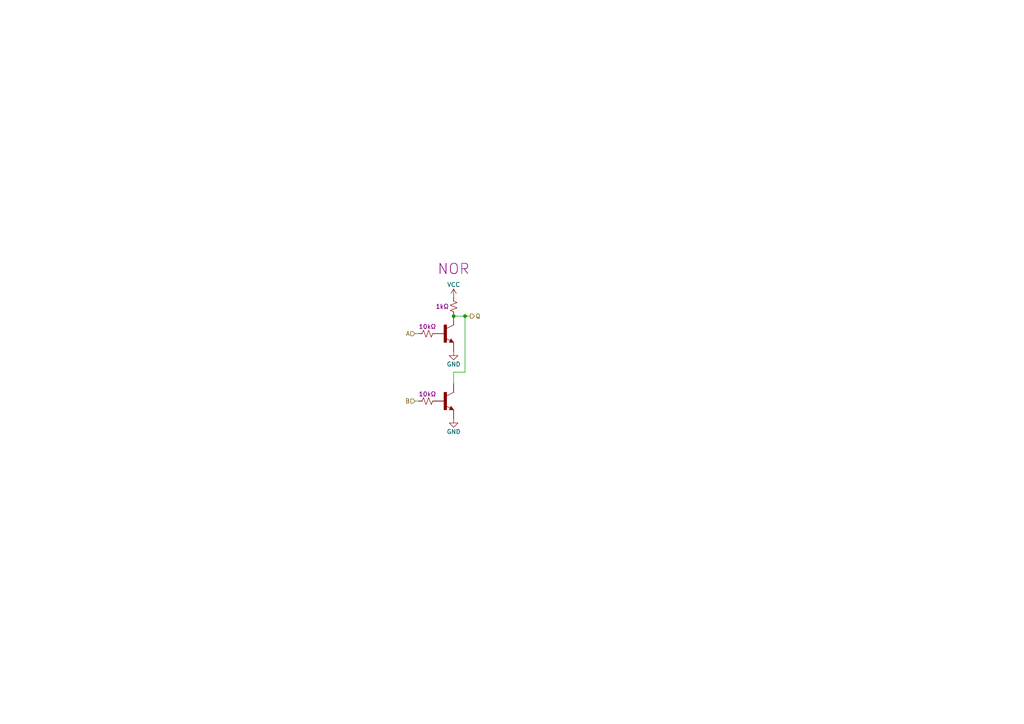
<source format=kicad_sch>
(kicad_sch (version 20211123) (generator eeschema)
  (paper "A4")
  (lib_symbols
    (symbol "Device:R_Small_US" (pin_numbers hide) (pin_names (offset 0.254) hide)
      (property "Reference" "R" (at 0.762 0.508 0))
      (property "Value" "R_Small_US" (at 0.762 -1.016 0))
      (symbol "R_Small_US_1_1"
        (polyline (pts (xy 0 0) (xy 1.016 -0.381) (xy 0 -0.762) (xy -1.016 -1.143) (xy 0 -1.524)))
        (polyline (pts (xy 0 1.524) (xy 1.016 1.143) (xy 0 0.762) (xy -1.016 0.381) (xy 0 0)))
        (pin passive line (at 0 2.54 270) (length 1.016) (name "~") (number "1"))
        (pin passive line (at 0 -2.54 90) (length 1.016) (name "~") (number "2"))
      )
    )
    (symbol "Stephen:PMBT2222A" (pin_numbers hide) (pin_names (offset 1.016) hide)
      (property "Reference" "Q" (at -10.16 7.62 0))
      (property "Value" "PMBT2222A" (at -10.16 5.08 0))
      (symbol "PMBT2222A_0_0"
        (rectangle (start -0.254 -2.54) (end 0.508 2.54) (fill (type outline)))
        (polyline (pts (xy 1.27 -2.54) (xy 1.778 -1.524)) (stroke (width 0.1524)))
        (polyline (pts (xy 1.524 -2.413) (xy 2.286 -2.413)) (stroke (width 0.254)))
        (polyline (pts (xy 1.524 -2.286) (xy 1.905 -2.286)) (stroke (width 0.254)))
        (polyline (pts (xy 1.5494 -2.032) (xy 0.3048 -1.4224)) (stroke (width 0.1524)))
        (polyline (pts (xy 1.778 -1.778) (xy 1.524 -2.286)) (stroke (width 0.254)))
        (polyline (pts (xy 1.778 -1.524) (xy 2.54 -2.54)) (stroke (width 0.1524)))
        (polyline (pts (xy 1.905 -2.286) (xy 1.778 -2.032)) (stroke (width 0.254)))
        (polyline (pts (xy 2.286 -2.413) (xy 1.778 -1.778)) (stroke (width 0.254)))
        (polyline (pts (xy 2.54 -2.54) (xy 1.27 -2.54)) (stroke (width 0.1524)))
        (polyline (pts (xy 2.54 2.54) (xy 0.508 1.524)) (stroke (width 0.1524)))
        (pin passive line (at -2.54 0 0) (length 2.54) (name "~") (number "B"))
        (pin passive line (at 2.54 5.08 270) (length 2.54) (name "~") (number "C"))
        (pin passive line (at 2.54 -5.08 90) (length 2.54) (name "~") (number "E"))
      )
    )
    (symbol "power:GND" (power) (pin_names (offset 0))
      (property "Value" "GND" (at 0 -3.81 0))
      (symbol "GND_0_1"
        (polyline (pts (xy 0 0) (xy 0 -1.27) (xy 1.27 -1.27) (xy 0 -2.54) (xy -1.27 -1.27) (xy 0 -1.27)))
      )
      (symbol "GND_1_1"
        (pin power_in line (at 0 0 270) (length 0) hide (name "GND") (number "1"))
      )
    )
    (symbol "power:VCC" (power) (pin_names (offset 0))
      (property "Value" "VCC" (at 0 3.81 0))
      (symbol "VCC_0_1"
        (polyline (pts (xy -0.762 1.27) (xy 0 2.54)))
        (polyline (pts (xy 0 0) (xy 0 2.54)))
        (polyline (pts (xy 0 2.54) (xy 0.762 1.27)))
      )
      (symbol "VCC_1_1"
        (pin power_in line (at 0 0 90) (length 0) hide (name "VCC") (number "1"))
      )
    )
  )
  (junction (at 131.572 91.694))
  (junction (at 134.874 91.694))
  (wire (pts (xy 134.874 107.95) (xy 131.572 107.95)))
  (wire (pts (xy 134.874 91.694) (xy 134.874 107.95)))
  (wire (pts (xy 134.874 91.694) (xy 136.398 91.694)))
  (wire (pts (xy 120.396 96.774) (xy 121.412 96.774)))
  (wire (pts (xy 131.572 107.95) (xy 131.572 111.252)))
  (wire (pts (xy 131.572 91.44) (xy 131.572 91.694)))
  (wire (pts (xy 131.572 91.694) (xy 134.874 91.694)))
  (wire (pts (xy 120.396 116.332) (xy 121.412 116.332)))
  (hierarchical_label "A" (shape input) (at 120.396 96.774 180))
  (hierarchical_label "Q" (shape output) (at 136.398 91.694 0))
  (hierarchical_label "B" (shape input) (at 120.396 116.332 180))
  (symbol (lib_id "Device:R_Small_US") (at 131.572 88.9 0) (unit 1)
    (property "Reference" "R54" (effects hide))
    (property "Value" "R_Small_US" (effects hide))
    (property "Footprint" "Resistor_SMD:R_0805_2012Metric" (effects hide))
    (property "Field4" "1kΩ" (at 128.27 88.9 0))
  )
  (symbol (lib_id "Stephen:PMBT2222A") (at 129.032 96.774 0) (unit 1)
    (property "Reference" "Q12" (effects hide))
    (property "Value" "PMBT2222A" (effects hide))
    (property "Footprint" "Stephenv6:SOT23-BEC" (effects hide))
    (property "Field4" "NOR" (at 131.572 77.978 0) (effects (font (size 3 3))))
  )
  (symbol (lib_id "power:VCC") (at 131.572 86.36 0) (unit 1)
    (property "Reference" "#PWR061" (effects hide))
    (property "Value" "VCC" (at 131.572 82.55 0))
  )
  (symbol (lib_id "Stephen:PMBT2222A") (at 129.032 116.332 0) (unit 1)
    (property "Reference" "Q13" (effects hide))
    (property "Value" "PMBT2222A" (effects hide))
    (property "Footprint" "Stephenv6:SOT23-BEC" (effects hide))
    (property "Field4" "NAND" (effects hide))
  )
  (symbol (lib_id "power:GND") (at 131.572 121.412 0) (unit 1)
    (property "Reference" "#PWR063" (effects hide))
    (property "Value" "GND" (at 131.572 125.222 0))
  )
  (symbol (lib_id "power:GND") (at 131.572 101.854 0) (unit 1)
    (property "Reference" "#PWR062" (effects hide))
    (property "Value" "GND" (at 131.572 105.664 0))
  )
  (symbol (lib_id "Device:R_Small_US") (at 123.952 96.774 90) (unit 1)
    (property "Reference" "R52" (effects hide))
    (property "Value" "R_Small_US" (effects hide))
    (property "Footprint" "Resistor_SMD:R_0805_2012Metric" (effects hide))
    (property "Field4" "10kΩ" (at 123.952 94.742 90))
  )
  (symbol (lib_id "Device:R_Small_US") (at 123.952 116.332 90) (unit 1)
    (property "Reference" "R53" (effects hide))
    (property "Value" "R_Small_US" (effects hide))
    (property "Footprint" "Resistor_SMD:R_0805_2012Metric" (effects hide))
    (property "Field4" "10kΩ" (at 123.952 114.3 90))
  )
)
</source>
